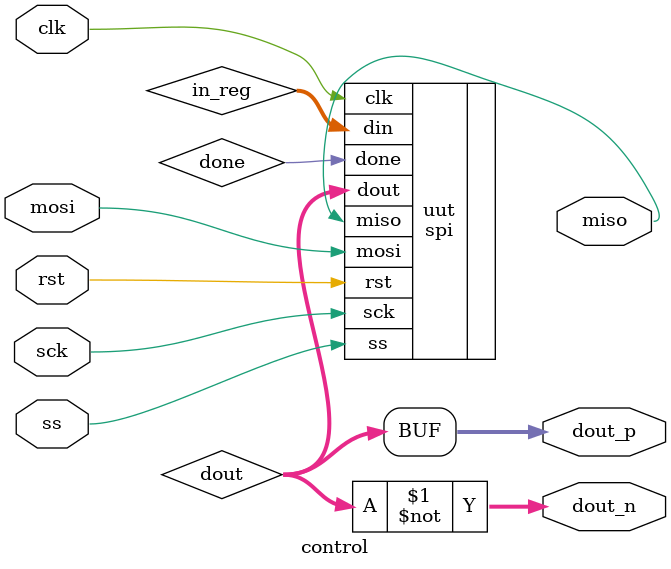
<source format=v>

module control(
    input clk,
    input rst,
    input sck,
    input mosi,
    input ss,
    output miso,
    output [7:0] dout_p,
    output [7:0] dout_n
  );

    reg [7:0] in_reg;
    wire [7:0] dout;
    wire done;

    assign dout_p = dout;
    assign dout_n = ~dout;


    // Instantiate the SPI slave module
    spi uut (
        .clk(clk),
        .rst(rst),
        .ss(ss),
        .mosi(mosi),
        .miso(miso),
        .sck(sck),
        .done(done),
        .din(in_reg),
        .dout(dout)
    );

endmodule


</source>
